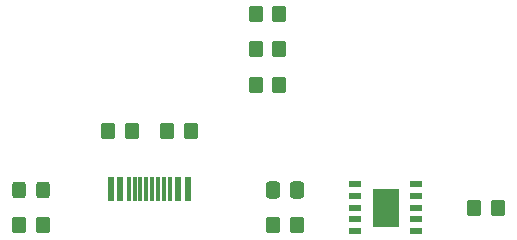
<source format=gtp>
%TF.GenerationSoftware,KiCad,Pcbnew,8.0.4*%
%TF.CreationDate,2025-01-04T18:25:06+00:00*%
%TF.ProjectId,breadboard_usb,62726561-6462-46f6-9172-645f7573622e,rev?*%
%TF.SameCoordinates,Original*%
%TF.FileFunction,Paste,Top*%
%TF.FilePolarity,Positive*%
%FSLAX46Y46*%
G04 Gerber Fmt 4.6, Leading zero omitted, Abs format (unit mm)*
G04 Created by KiCad (PCBNEW 8.0.4) date 2025-01-04 18:25:06*
%MOMM*%
%LPD*%
G01*
G04 APERTURE LIST*
G04 Aperture macros list*
%AMRoundRect*
0 Rectangle with rounded corners*
0 $1 Rounding radius*
0 $2 $3 $4 $5 $6 $7 $8 $9 X,Y pos of 4 corners*
0 Add a 4 corners polygon primitive as box body*
4,1,4,$2,$3,$4,$5,$6,$7,$8,$9,$2,$3,0*
0 Add four circle primitives for the rounded corners*
1,1,$1+$1,$2,$3*
1,1,$1+$1,$4,$5*
1,1,$1+$1,$6,$7*
1,1,$1+$1,$8,$9*
0 Add four rect primitives between the rounded corners*
20,1,$1+$1,$2,$3,$4,$5,0*
20,1,$1+$1,$4,$5,$6,$7,0*
20,1,$1+$1,$6,$7,$8,$9,0*
20,1,$1+$1,$8,$9,$2,$3,0*%
G04 Aperture macros list end*
%ADD10RoundRect,0.250000X0.350000X0.450000X-0.350000X0.450000X-0.350000X-0.450000X0.350000X-0.450000X0*%
%ADD11RoundRect,0.250000X0.337500X0.475000X-0.337500X0.475000X-0.337500X-0.475000X0.337500X-0.475000X0*%
%ADD12R,2.300000X3.200000*%
%ADD13R,1.100000X0.510000*%
%ADD14RoundRect,0.250000X-0.325000X-0.450000X0.325000X-0.450000X0.325000X0.450000X-0.325000X0.450000X0*%
%ADD15RoundRect,0.250000X-0.350000X-0.450000X0.350000X-0.450000X0.350000X0.450000X-0.350000X0.450000X0*%
%ADD16R,0.600000X2.000000*%
%ADD17R,0.300000X2.000000*%
G04 APERTURE END LIST*
D10*
%TO.C,R29*%
X79000000Y-60080000D03*
X77000000Y-60080000D03*
%TD*%
%TO.C,R25*%
X66500000Y-64000000D03*
X64500000Y-64000000D03*
%TD*%
%TO.C,R27*%
X97500000Y-70500000D03*
X95500000Y-70500000D03*
%TD*%
D11*
%TO.C,C10*%
X80537500Y-69000000D03*
X78462500Y-69000000D03*
%TD*%
D12*
%TO.C,U5*%
X88000000Y-70500000D03*
D13*
X85450000Y-68500000D03*
X85450000Y-69500000D03*
X85450000Y-70500000D03*
X85450000Y-71500000D03*
X85450000Y-72500000D03*
X90550000Y-72500000D03*
X90550000Y-71500000D03*
X90550000Y-70500000D03*
X90550000Y-69500000D03*
X90550000Y-68500000D03*
%TD*%
D10*
%TO.C,R30*%
X79000000Y-57080000D03*
X77000000Y-57080000D03*
%TD*%
D14*
%TO.C,D7*%
X56975000Y-69000000D03*
X59025000Y-69000000D03*
%TD*%
D15*
%TO.C,R24*%
X69500000Y-64000000D03*
X71500000Y-64000000D03*
%TD*%
%TO.C,R26*%
X57000000Y-72000000D03*
X59000000Y-72000000D03*
%TD*%
D10*
%TO.C,R31*%
X79000000Y-54080000D03*
X77000000Y-54080000D03*
%TD*%
D15*
%TO.C,R28*%
X78500000Y-72000000D03*
X80500000Y-72000000D03*
%TD*%
D16*
%TO.C,J18*%
X64750000Y-68880000D03*
X65550000Y-68880000D03*
D17*
X66750000Y-68880000D03*
X67750000Y-68880000D03*
X68250000Y-68880000D03*
X69250000Y-68880000D03*
D16*
X70450000Y-68880000D03*
X71250000Y-68880000D03*
X71250000Y-68880000D03*
X70450000Y-68880000D03*
D17*
X69750000Y-68880000D03*
X68750000Y-68880000D03*
X67250000Y-68880000D03*
X66250000Y-68880000D03*
D16*
X65550000Y-68880000D03*
X64750000Y-68880000D03*
%TD*%
M02*

</source>
